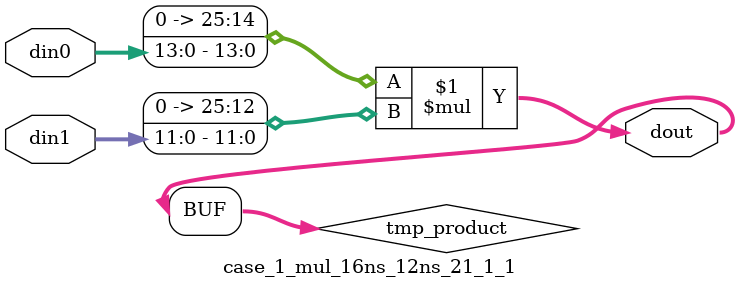
<source format=v>

`timescale 1 ns / 1 ps

 (* use_dsp = "no" *)  module case_1_mul_16ns_12ns_21_1_1(din0, din1, dout);
parameter ID = 1;
parameter NUM_STAGE = 0;
parameter din0_WIDTH = 14;
parameter din1_WIDTH = 12;
parameter dout_WIDTH = 26;

input [din0_WIDTH - 1 : 0] din0; 
input [din1_WIDTH - 1 : 0] din1; 
output [dout_WIDTH - 1 : 0] dout;

wire signed [dout_WIDTH - 1 : 0] tmp_product;
























assign tmp_product = $signed({1'b0, din0}) * $signed({1'b0, din1});











assign dout = tmp_product;





















endmodule

</source>
